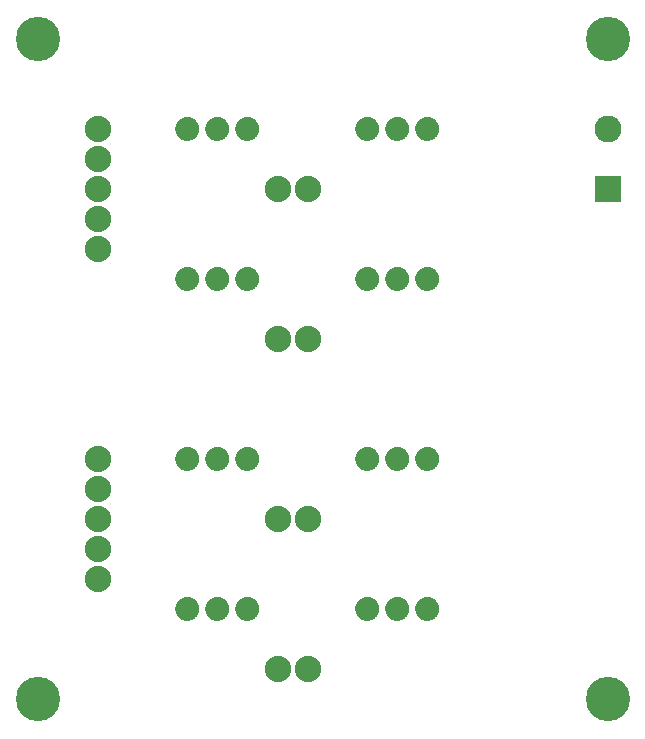
<source format=gbs>
G04 MADE WITH FRITZING*
G04 WWW.FRITZING.ORG*
G04 SINGLE SIDED*
G04 HOLES NOT PLATED*
G04 CONTOUR ON CENTER OF CONTOUR VECTOR*
%ASAXBY*%
%FSLAX23Y23*%
%MOIN*%
%OFA0B0*%
%SFA1.0B1.0*%
%ADD10C,0.147795*%
%ADD11C,0.090000*%
%ADD12C,0.088000*%
%ADD13R,0.089986X0.090000*%
%ADD14R,0.001000X0.001000*%
%LNMASK0*%
G90*
G70*
G54D10*
X92Y3107D03*
X1992Y3107D03*
X92Y907D03*
X1992Y907D03*
G54D11*
X1992Y2607D03*
X1992Y2807D03*
G54D12*
X292Y1707D03*
X292Y1607D03*
X292Y1507D03*
X292Y1407D03*
X292Y1307D03*
X292Y2807D03*
X292Y2707D03*
X292Y2607D03*
X292Y2507D03*
X292Y2407D03*
X992Y2607D03*
X892Y2607D03*
X992Y1007D03*
X892Y1007D03*
X992Y1507D03*
X892Y1507D03*
X992Y2107D03*
X892Y2107D03*
G54D13*
X1992Y2607D03*
G54D14*
X585Y2847D02*
X597Y2847D01*
X685Y2847D02*
X697Y2847D01*
X785Y2847D02*
X797Y2847D01*
X1185Y2847D02*
X1197Y2847D01*
X1285Y2847D02*
X1297Y2847D01*
X1385Y2847D02*
X1397Y2847D01*
X581Y2846D02*
X602Y2846D01*
X681Y2846D02*
X702Y2846D01*
X781Y2846D02*
X802Y2846D01*
X1181Y2846D02*
X1202Y2846D01*
X1281Y2846D02*
X1302Y2846D01*
X1381Y2846D02*
X1402Y2846D01*
X578Y2845D02*
X605Y2845D01*
X677Y2845D02*
X705Y2845D01*
X777Y2845D02*
X805Y2845D01*
X1177Y2845D02*
X1205Y2845D01*
X1277Y2845D02*
X1305Y2845D01*
X1377Y2845D02*
X1405Y2845D01*
X575Y2844D02*
X607Y2844D01*
X675Y2844D02*
X707Y2844D01*
X775Y2844D02*
X807Y2844D01*
X1175Y2844D02*
X1207Y2844D01*
X1275Y2844D02*
X1307Y2844D01*
X1375Y2844D02*
X1407Y2844D01*
X573Y2843D02*
X609Y2843D01*
X673Y2843D02*
X709Y2843D01*
X773Y2843D02*
X809Y2843D01*
X1173Y2843D02*
X1209Y2843D01*
X1273Y2843D02*
X1309Y2843D01*
X1373Y2843D02*
X1409Y2843D01*
X571Y2842D02*
X611Y2842D01*
X671Y2842D02*
X711Y2842D01*
X771Y2842D02*
X811Y2842D01*
X1171Y2842D02*
X1211Y2842D01*
X1271Y2842D02*
X1311Y2842D01*
X1371Y2842D02*
X1411Y2842D01*
X570Y2841D02*
X612Y2841D01*
X670Y2841D02*
X712Y2841D01*
X770Y2841D02*
X812Y2841D01*
X1170Y2841D02*
X1212Y2841D01*
X1270Y2841D02*
X1312Y2841D01*
X1370Y2841D02*
X1412Y2841D01*
X568Y2840D02*
X614Y2840D01*
X668Y2840D02*
X714Y2840D01*
X768Y2840D02*
X814Y2840D01*
X1168Y2840D02*
X1214Y2840D01*
X1268Y2840D02*
X1314Y2840D01*
X1368Y2840D02*
X1414Y2840D01*
X567Y2839D02*
X615Y2839D01*
X667Y2839D02*
X715Y2839D01*
X767Y2839D02*
X815Y2839D01*
X1167Y2839D02*
X1215Y2839D01*
X1267Y2839D02*
X1315Y2839D01*
X1367Y2839D02*
X1415Y2839D01*
X566Y2838D02*
X617Y2838D01*
X666Y2838D02*
X717Y2838D01*
X766Y2838D02*
X817Y2838D01*
X1166Y2838D02*
X1216Y2838D01*
X1266Y2838D02*
X1316Y2838D01*
X1366Y2838D02*
X1416Y2838D01*
X565Y2837D02*
X618Y2837D01*
X665Y2837D02*
X718Y2837D01*
X765Y2837D02*
X818Y2837D01*
X1164Y2837D02*
X1218Y2837D01*
X1264Y2837D02*
X1318Y2837D01*
X1364Y2837D02*
X1418Y2837D01*
X563Y2836D02*
X619Y2836D01*
X663Y2836D02*
X719Y2836D01*
X763Y2836D02*
X819Y2836D01*
X1163Y2836D02*
X1219Y2836D01*
X1263Y2836D02*
X1319Y2836D01*
X1363Y2836D02*
X1419Y2836D01*
X563Y2835D02*
X620Y2835D01*
X662Y2835D02*
X720Y2835D01*
X762Y2835D02*
X820Y2835D01*
X1162Y2835D02*
X1220Y2835D01*
X1262Y2835D02*
X1320Y2835D01*
X1362Y2835D02*
X1420Y2835D01*
X562Y2834D02*
X621Y2834D01*
X662Y2834D02*
X721Y2834D01*
X762Y2834D02*
X821Y2834D01*
X1162Y2834D02*
X1221Y2834D01*
X1262Y2834D02*
X1321Y2834D01*
X1362Y2834D02*
X1421Y2834D01*
X561Y2833D02*
X621Y2833D01*
X661Y2833D02*
X721Y2833D01*
X761Y2833D02*
X821Y2833D01*
X1161Y2833D02*
X1221Y2833D01*
X1261Y2833D02*
X1321Y2833D01*
X1361Y2833D02*
X1421Y2833D01*
X560Y2832D02*
X622Y2832D01*
X660Y2832D02*
X722Y2832D01*
X760Y2832D02*
X822Y2832D01*
X1160Y2832D02*
X1222Y2832D01*
X1260Y2832D02*
X1322Y2832D01*
X1360Y2832D02*
X1422Y2832D01*
X559Y2831D02*
X623Y2831D01*
X659Y2831D02*
X723Y2831D01*
X759Y2831D02*
X823Y2831D01*
X1159Y2831D02*
X1223Y2831D01*
X1259Y2831D02*
X1323Y2831D01*
X1359Y2831D02*
X1423Y2831D01*
X559Y2830D02*
X624Y2830D01*
X659Y2830D02*
X724Y2830D01*
X759Y2830D02*
X824Y2830D01*
X1158Y2830D02*
X1224Y2830D01*
X1258Y2830D02*
X1324Y2830D01*
X1358Y2830D02*
X1424Y2830D01*
X558Y2829D02*
X624Y2829D01*
X658Y2829D02*
X724Y2829D01*
X758Y2829D02*
X824Y2829D01*
X1158Y2829D02*
X1224Y2829D01*
X1258Y2829D02*
X1324Y2829D01*
X1358Y2829D02*
X1424Y2829D01*
X557Y2828D02*
X625Y2828D01*
X657Y2828D02*
X725Y2828D01*
X757Y2828D02*
X825Y2828D01*
X1157Y2828D02*
X1225Y2828D01*
X1257Y2828D02*
X1325Y2828D01*
X1357Y2828D02*
X1425Y2828D01*
X557Y2827D02*
X626Y2827D01*
X657Y2827D02*
X726Y2827D01*
X757Y2827D02*
X826Y2827D01*
X1157Y2827D02*
X1225Y2827D01*
X1257Y2827D02*
X1325Y2827D01*
X1357Y2827D02*
X1425Y2827D01*
X556Y2826D02*
X626Y2826D01*
X656Y2826D02*
X726Y2826D01*
X756Y2826D02*
X826Y2826D01*
X1156Y2826D02*
X1226Y2826D01*
X1256Y2826D02*
X1326Y2826D01*
X1356Y2826D02*
X1426Y2826D01*
X556Y2825D02*
X627Y2825D01*
X656Y2825D02*
X727Y2825D01*
X756Y2825D02*
X827Y2825D01*
X1156Y2825D02*
X1227Y2825D01*
X1256Y2825D02*
X1327Y2825D01*
X1356Y2825D02*
X1426Y2825D01*
X555Y2824D02*
X627Y2824D01*
X655Y2824D02*
X727Y2824D01*
X755Y2824D02*
X827Y2824D01*
X1155Y2824D02*
X1227Y2824D01*
X1255Y2824D02*
X1327Y2824D01*
X1355Y2824D02*
X1427Y2824D01*
X555Y2823D02*
X628Y2823D01*
X655Y2823D02*
X728Y2823D01*
X755Y2823D02*
X828Y2823D01*
X1155Y2823D02*
X1227Y2823D01*
X1255Y2823D02*
X1327Y2823D01*
X1355Y2823D02*
X1427Y2823D01*
X554Y2822D02*
X628Y2822D01*
X654Y2822D02*
X728Y2822D01*
X754Y2822D02*
X828Y2822D01*
X1154Y2822D02*
X1228Y2822D01*
X1254Y2822D02*
X1328Y2822D01*
X1354Y2822D02*
X1428Y2822D01*
X554Y2821D02*
X628Y2821D01*
X654Y2821D02*
X728Y2821D01*
X754Y2821D02*
X828Y2821D01*
X1154Y2821D02*
X1228Y2821D01*
X1254Y2821D02*
X1328Y2821D01*
X1354Y2821D02*
X1428Y2821D01*
X554Y2820D02*
X629Y2820D01*
X654Y2820D02*
X729Y2820D01*
X754Y2820D02*
X829Y2820D01*
X1154Y2820D02*
X1229Y2820D01*
X1254Y2820D02*
X1329Y2820D01*
X1354Y2820D02*
X1429Y2820D01*
X553Y2819D02*
X629Y2819D01*
X653Y2819D02*
X729Y2819D01*
X753Y2819D02*
X829Y2819D01*
X1153Y2819D02*
X1229Y2819D01*
X1253Y2819D02*
X1329Y2819D01*
X1353Y2819D02*
X1429Y2819D01*
X553Y2818D02*
X629Y2818D01*
X653Y2818D02*
X729Y2818D01*
X753Y2818D02*
X829Y2818D01*
X1153Y2818D02*
X1229Y2818D01*
X1253Y2818D02*
X1329Y2818D01*
X1353Y2818D02*
X1429Y2818D01*
X553Y2817D02*
X629Y2817D01*
X653Y2817D02*
X729Y2817D01*
X753Y2817D02*
X829Y2817D01*
X1153Y2817D02*
X1229Y2817D01*
X1253Y2817D02*
X1329Y2817D01*
X1353Y2817D02*
X1429Y2817D01*
X553Y2816D02*
X630Y2816D01*
X653Y2816D02*
X730Y2816D01*
X753Y2816D02*
X830Y2816D01*
X1153Y2816D02*
X1230Y2816D01*
X1253Y2816D02*
X1330Y2816D01*
X1352Y2816D02*
X1430Y2816D01*
X552Y2815D02*
X630Y2815D01*
X652Y2815D02*
X730Y2815D01*
X752Y2815D02*
X830Y2815D01*
X1152Y2815D02*
X1230Y2815D01*
X1252Y2815D02*
X1330Y2815D01*
X1352Y2815D02*
X1430Y2815D01*
X552Y2814D02*
X630Y2814D01*
X652Y2814D02*
X730Y2814D01*
X752Y2814D02*
X830Y2814D01*
X1152Y2814D02*
X1230Y2814D01*
X1252Y2814D02*
X1330Y2814D01*
X1352Y2814D02*
X1430Y2814D01*
X552Y2813D02*
X630Y2813D01*
X652Y2813D02*
X730Y2813D01*
X752Y2813D02*
X830Y2813D01*
X1152Y2813D02*
X1230Y2813D01*
X1252Y2813D02*
X1330Y2813D01*
X1352Y2813D02*
X1430Y2813D01*
X552Y2812D02*
X630Y2812D01*
X652Y2812D02*
X730Y2812D01*
X752Y2812D02*
X830Y2812D01*
X1152Y2812D02*
X1230Y2812D01*
X1252Y2812D02*
X1330Y2812D01*
X1352Y2812D02*
X1430Y2812D01*
X552Y2811D02*
X630Y2811D01*
X652Y2811D02*
X730Y2811D01*
X752Y2811D02*
X830Y2811D01*
X1152Y2811D02*
X1230Y2811D01*
X1252Y2811D02*
X1330Y2811D01*
X1352Y2811D02*
X1430Y2811D01*
X552Y2810D02*
X630Y2810D01*
X652Y2810D02*
X730Y2810D01*
X752Y2810D02*
X830Y2810D01*
X1152Y2810D02*
X1230Y2810D01*
X1252Y2810D02*
X1330Y2810D01*
X1352Y2810D02*
X1430Y2810D01*
X552Y2809D02*
X631Y2809D01*
X652Y2809D02*
X731Y2809D01*
X752Y2809D02*
X830Y2809D01*
X1152Y2809D02*
X1230Y2809D01*
X1252Y2809D02*
X1330Y2809D01*
X1352Y2809D02*
X1430Y2809D01*
X552Y2808D02*
X631Y2808D01*
X652Y2808D02*
X731Y2808D01*
X752Y2808D02*
X831Y2808D01*
X1152Y2808D02*
X1231Y2808D01*
X1252Y2808D02*
X1331Y2808D01*
X1352Y2808D02*
X1431Y2808D01*
X552Y2807D02*
X631Y2807D01*
X652Y2807D02*
X731Y2807D01*
X752Y2807D02*
X831Y2807D01*
X1152Y2807D02*
X1231Y2807D01*
X1252Y2807D02*
X1330Y2807D01*
X1352Y2807D02*
X1430Y2807D01*
X552Y2806D02*
X631Y2806D01*
X652Y2806D02*
X730Y2806D01*
X752Y2806D02*
X830Y2806D01*
X1152Y2806D02*
X1230Y2806D01*
X1252Y2806D02*
X1330Y2806D01*
X1352Y2806D02*
X1430Y2806D01*
X552Y2805D02*
X630Y2805D01*
X652Y2805D02*
X730Y2805D01*
X752Y2805D02*
X830Y2805D01*
X1152Y2805D02*
X1230Y2805D01*
X1252Y2805D02*
X1330Y2805D01*
X1352Y2805D02*
X1430Y2805D01*
X552Y2804D02*
X630Y2804D01*
X652Y2804D02*
X730Y2804D01*
X752Y2804D02*
X830Y2804D01*
X1152Y2804D02*
X1230Y2804D01*
X1252Y2804D02*
X1330Y2804D01*
X1352Y2804D02*
X1430Y2804D01*
X552Y2803D02*
X630Y2803D01*
X652Y2803D02*
X730Y2803D01*
X752Y2803D02*
X830Y2803D01*
X1152Y2803D02*
X1230Y2803D01*
X1252Y2803D02*
X1330Y2803D01*
X1352Y2803D02*
X1430Y2803D01*
X552Y2802D02*
X630Y2802D01*
X652Y2802D02*
X730Y2802D01*
X752Y2802D02*
X830Y2802D01*
X1152Y2802D02*
X1230Y2802D01*
X1252Y2802D02*
X1330Y2802D01*
X1352Y2802D02*
X1430Y2802D01*
X552Y2801D02*
X630Y2801D01*
X652Y2801D02*
X730Y2801D01*
X752Y2801D02*
X830Y2801D01*
X1152Y2801D02*
X1230Y2801D01*
X1252Y2801D02*
X1330Y2801D01*
X1352Y2801D02*
X1430Y2801D01*
X552Y2800D02*
X630Y2800D01*
X652Y2800D02*
X730Y2800D01*
X752Y2800D02*
X830Y2800D01*
X1152Y2800D02*
X1230Y2800D01*
X1252Y2800D02*
X1330Y2800D01*
X1352Y2800D02*
X1430Y2800D01*
X553Y2799D02*
X630Y2799D01*
X653Y2799D02*
X730Y2799D01*
X753Y2799D02*
X830Y2799D01*
X1153Y2799D02*
X1230Y2799D01*
X1253Y2799D02*
X1330Y2799D01*
X1353Y2799D02*
X1429Y2799D01*
X553Y2798D02*
X629Y2798D01*
X653Y2798D02*
X729Y2798D01*
X753Y2798D02*
X829Y2798D01*
X1153Y2798D02*
X1229Y2798D01*
X1253Y2798D02*
X1329Y2798D01*
X1353Y2798D02*
X1429Y2798D01*
X553Y2797D02*
X629Y2797D01*
X653Y2797D02*
X729Y2797D01*
X753Y2797D02*
X829Y2797D01*
X1153Y2797D02*
X1229Y2797D01*
X1253Y2797D02*
X1329Y2797D01*
X1353Y2797D02*
X1429Y2797D01*
X553Y2796D02*
X629Y2796D01*
X653Y2796D02*
X729Y2796D01*
X753Y2796D02*
X829Y2796D01*
X1153Y2796D02*
X1229Y2796D01*
X1253Y2796D02*
X1329Y2796D01*
X1353Y2796D02*
X1429Y2796D01*
X554Y2795D02*
X629Y2795D01*
X654Y2795D02*
X728Y2795D01*
X754Y2795D02*
X828Y2795D01*
X1154Y2795D02*
X1228Y2795D01*
X1254Y2795D02*
X1328Y2795D01*
X1354Y2795D02*
X1428Y2795D01*
X554Y2794D02*
X628Y2794D01*
X654Y2794D02*
X728Y2794D01*
X754Y2794D02*
X828Y2794D01*
X1154Y2794D02*
X1228Y2794D01*
X1254Y2794D02*
X1328Y2794D01*
X1354Y2794D02*
X1428Y2794D01*
X554Y2793D02*
X628Y2793D01*
X654Y2793D02*
X728Y2793D01*
X754Y2793D02*
X828Y2793D01*
X1154Y2793D02*
X1228Y2793D01*
X1254Y2793D02*
X1328Y2793D01*
X1354Y2793D02*
X1428Y2793D01*
X555Y2792D02*
X627Y2792D01*
X655Y2792D02*
X727Y2792D01*
X755Y2792D02*
X827Y2792D01*
X1155Y2792D02*
X1227Y2792D01*
X1255Y2792D02*
X1327Y2792D01*
X1355Y2792D02*
X1427Y2792D01*
X555Y2791D02*
X627Y2791D01*
X655Y2791D02*
X727Y2791D01*
X755Y2791D02*
X827Y2791D01*
X1155Y2791D02*
X1227Y2791D01*
X1255Y2791D02*
X1327Y2791D01*
X1355Y2791D02*
X1427Y2791D01*
X556Y2790D02*
X626Y2790D01*
X656Y2790D02*
X726Y2790D01*
X756Y2790D02*
X826Y2790D01*
X1156Y2790D02*
X1226Y2790D01*
X1256Y2790D02*
X1326Y2790D01*
X1356Y2790D02*
X1426Y2790D01*
X556Y2789D02*
X626Y2789D01*
X656Y2789D02*
X726Y2789D01*
X756Y2789D02*
X826Y2789D01*
X1156Y2789D02*
X1226Y2789D01*
X1256Y2789D02*
X1326Y2789D01*
X1356Y2789D02*
X1426Y2789D01*
X557Y2788D02*
X625Y2788D01*
X657Y2788D02*
X725Y2788D01*
X757Y2788D02*
X825Y2788D01*
X1157Y2788D02*
X1225Y2788D01*
X1257Y2788D02*
X1325Y2788D01*
X1357Y2788D02*
X1425Y2788D01*
X557Y2787D02*
X625Y2787D01*
X657Y2787D02*
X725Y2787D01*
X757Y2787D02*
X825Y2787D01*
X1157Y2787D02*
X1225Y2787D01*
X1257Y2787D02*
X1325Y2787D01*
X1357Y2787D02*
X1425Y2787D01*
X558Y2786D02*
X624Y2786D01*
X658Y2786D02*
X724Y2786D01*
X758Y2786D02*
X824Y2786D01*
X1158Y2786D02*
X1224Y2786D01*
X1258Y2786D02*
X1324Y2786D01*
X1358Y2786D02*
X1424Y2786D01*
X559Y2785D02*
X623Y2785D01*
X659Y2785D02*
X723Y2785D01*
X759Y2785D02*
X823Y2785D01*
X1159Y2785D02*
X1223Y2785D01*
X1259Y2785D02*
X1323Y2785D01*
X1359Y2785D02*
X1423Y2785D01*
X559Y2784D02*
X623Y2784D01*
X659Y2784D02*
X723Y2784D01*
X759Y2784D02*
X823Y2784D01*
X1159Y2784D02*
X1223Y2784D01*
X1259Y2784D02*
X1323Y2784D01*
X1359Y2784D02*
X1423Y2784D01*
X560Y2783D02*
X622Y2783D01*
X660Y2783D02*
X722Y2783D01*
X760Y2783D02*
X822Y2783D01*
X1160Y2783D02*
X1222Y2783D01*
X1260Y2783D02*
X1322Y2783D01*
X1360Y2783D02*
X1422Y2783D01*
X561Y2782D02*
X621Y2782D01*
X661Y2782D02*
X721Y2782D01*
X761Y2782D02*
X821Y2782D01*
X1161Y2782D02*
X1221Y2782D01*
X1261Y2782D02*
X1321Y2782D01*
X1361Y2782D02*
X1421Y2782D01*
X562Y2781D02*
X620Y2781D01*
X662Y2781D02*
X720Y2781D01*
X762Y2781D02*
X820Y2781D01*
X1162Y2781D02*
X1220Y2781D01*
X1262Y2781D02*
X1320Y2781D01*
X1362Y2781D02*
X1420Y2781D01*
X563Y2780D02*
X619Y2780D01*
X663Y2780D02*
X719Y2780D01*
X763Y2780D02*
X819Y2780D01*
X1163Y2780D02*
X1219Y2780D01*
X1263Y2780D02*
X1319Y2780D01*
X1363Y2780D02*
X1419Y2780D01*
X564Y2779D02*
X619Y2779D01*
X664Y2779D02*
X718Y2779D01*
X764Y2779D02*
X818Y2779D01*
X1164Y2779D02*
X1218Y2779D01*
X1264Y2779D02*
X1318Y2779D01*
X1364Y2779D02*
X1418Y2779D01*
X565Y2778D02*
X617Y2778D01*
X665Y2778D02*
X717Y2778D01*
X765Y2778D02*
X817Y2778D01*
X1165Y2778D02*
X1217Y2778D01*
X1265Y2778D02*
X1317Y2778D01*
X1365Y2778D02*
X1417Y2778D01*
X566Y2777D02*
X616Y2777D01*
X666Y2777D02*
X716Y2777D01*
X766Y2777D02*
X816Y2777D01*
X1166Y2777D02*
X1216Y2777D01*
X1266Y2777D02*
X1316Y2777D01*
X1366Y2777D02*
X1416Y2777D01*
X567Y2776D02*
X615Y2776D01*
X667Y2776D02*
X715Y2776D01*
X767Y2776D02*
X815Y2776D01*
X1167Y2776D02*
X1215Y2776D01*
X1267Y2776D02*
X1315Y2776D01*
X1367Y2776D02*
X1415Y2776D01*
X569Y2775D02*
X614Y2775D01*
X669Y2775D02*
X714Y2775D01*
X769Y2775D02*
X814Y2775D01*
X1169Y2775D02*
X1214Y2775D01*
X1269Y2775D02*
X1314Y2775D01*
X1369Y2775D02*
X1414Y2775D01*
X570Y2774D02*
X612Y2774D01*
X670Y2774D02*
X712Y2774D01*
X770Y2774D02*
X812Y2774D01*
X1170Y2774D02*
X1212Y2774D01*
X1270Y2774D02*
X1312Y2774D01*
X1370Y2774D02*
X1412Y2774D01*
X572Y2773D02*
X610Y2773D01*
X672Y2773D02*
X710Y2773D01*
X772Y2773D02*
X810Y2773D01*
X1172Y2773D02*
X1210Y2773D01*
X1272Y2773D02*
X1310Y2773D01*
X1372Y2773D02*
X1410Y2773D01*
X574Y2772D02*
X609Y2772D01*
X674Y2772D02*
X709Y2772D01*
X774Y2772D02*
X809Y2772D01*
X1173Y2772D02*
X1209Y2772D01*
X1273Y2772D02*
X1309Y2772D01*
X1373Y2772D02*
X1409Y2772D01*
X576Y2771D02*
X607Y2771D01*
X676Y2771D02*
X707Y2771D01*
X776Y2771D02*
X807Y2771D01*
X1176Y2771D02*
X1207Y2771D01*
X1276Y2771D02*
X1307Y2771D01*
X1376Y2771D02*
X1407Y2771D01*
X578Y2770D02*
X604Y2770D01*
X678Y2770D02*
X704Y2770D01*
X778Y2770D02*
X804Y2770D01*
X1178Y2770D02*
X1204Y2770D01*
X1278Y2770D02*
X1304Y2770D01*
X1378Y2770D02*
X1404Y2770D01*
X582Y2769D02*
X601Y2769D01*
X682Y2769D02*
X701Y2769D01*
X782Y2769D02*
X801Y2769D01*
X1182Y2769D02*
X1201Y2769D01*
X1282Y2769D02*
X1301Y2769D01*
X1382Y2769D02*
X1401Y2769D01*
X587Y2768D02*
X595Y2768D01*
X687Y2768D02*
X695Y2768D01*
X787Y2768D02*
X795Y2768D01*
X1187Y2768D02*
X1195Y2768D01*
X1287Y2768D02*
X1295Y2768D01*
X1387Y2768D02*
X1395Y2768D01*
X585Y2347D02*
X597Y2347D01*
X685Y2347D02*
X697Y2347D01*
X785Y2347D02*
X797Y2347D01*
X1185Y2347D02*
X1197Y2347D01*
X1285Y2347D02*
X1297Y2347D01*
X1385Y2347D02*
X1397Y2347D01*
X580Y2346D02*
X602Y2346D01*
X680Y2346D02*
X702Y2346D01*
X780Y2346D02*
X802Y2346D01*
X1180Y2346D02*
X1202Y2346D01*
X1280Y2346D02*
X1302Y2346D01*
X1380Y2346D02*
X1402Y2346D01*
X577Y2345D02*
X605Y2345D01*
X677Y2345D02*
X705Y2345D01*
X777Y2345D02*
X805Y2345D01*
X1177Y2345D02*
X1205Y2345D01*
X1277Y2345D02*
X1305Y2345D01*
X1377Y2345D02*
X1405Y2345D01*
X575Y2344D02*
X607Y2344D01*
X675Y2344D02*
X707Y2344D01*
X775Y2344D02*
X807Y2344D01*
X1175Y2344D02*
X1207Y2344D01*
X1275Y2344D02*
X1307Y2344D01*
X1375Y2344D02*
X1407Y2344D01*
X573Y2343D02*
X609Y2343D01*
X673Y2343D02*
X709Y2343D01*
X773Y2343D02*
X809Y2343D01*
X1173Y2343D02*
X1209Y2343D01*
X1273Y2343D02*
X1309Y2343D01*
X1373Y2343D02*
X1409Y2343D01*
X571Y2342D02*
X611Y2342D01*
X671Y2342D02*
X711Y2342D01*
X771Y2342D02*
X811Y2342D01*
X1171Y2342D02*
X1211Y2342D01*
X1271Y2342D02*
X1311Y2342D01*
X1371Y2342D02*
X1411Y2342D01*
X570Y2341D02*
X613Y2341D01*
X670Y2341D02*
X713Y2341D01*
X770Y2341D02*
X813Y2341D01*
X1170Y2341D02*
X1213Y2341D01*
X1270Y2341D02*
X1313Y2341D01*
X1370Y2341D02*
X1412Y2341D01*
X568Y2340D02*
X614Y2340D01*
X668Y2340D02*
X714Y2340D01*
X768Y2340D02*
X814Y2340D01*
X1168Y2340D02*
X1214Y2340D01*
X1268Y2340D02*
X1314Y2340D01*
X1368Y2340D02*
X1414Y2340D01*
X567Y2339D02*
X615Y2339D01*
X667Y2339D02*
X715Y2339D01*
X767Y2339D02*
X815Y2339D01*
X1167Y2339D02*
X1215Y2339D01*
X1267Y2339D02*
X1315Y2339D01*
X1367Y2339D02*
X1415Y2339D01*
X566Y2338D02*
X617Y2338D01*
X666Y2338D02*
X717Y2338D01*
X766Y2338D02*
X817Y2338D01*
X1166Y2338D02*
X1217Y2338D01*
X1266Y2338D02*
X1317Y2338D01*
X1366Y2338D02*
X1417Y2338D01*
X564Y2337D02*
X618Y2337D01*
X664Y2337D02*
X718Y2337D01*
X764Y2337D02*
X818Y2337D01*
X1164Y2337D02*
X1218Y2337D01*
X1264Y2337D02*
X1318Y2337D01*
X1364Y2337D02*
X1418Y2337D01*
X563Y2336D02*
X619Y2336D01*
X663Y2336D02*
X719Y2336D01*
X763Y2336D02*
X819Y2336D01*
X1163Y2336D02*
X1219Y2336D01*
X1263Y2336D02*
X1319Y2336D01*
X1363Y2336D02*
X1419Y2336D01*
X562Y2335D02*
X620Y2335D01*
X662Y2335D02*
X720Y2335D01*
X762Y2335D02*
X820Y2335D01*
X1162Y2335D02*
X1220Y2335D01*
X1262Y2335D02*
X1320Y2335D01*
X1362Y2335D02*
X1420Y2335D01*
X562Y2334D02*
X621Y2334D01*
X662Y2334D02*
X721Y2334D01*
X762Y2334D02*
X821Y2334D01*
X1162Y2334D02*
X1221Y2334D01*
X1262Y2334D02*
X1321Y2334D01*
X1362Y2334D02*
X1421Y2334D01*
X561Y2333D02*
X621Y2333D01*
X661Y2333D02*
X721Y2333D01*
X761Y2333D02*
X821Y2333D01*
X1161Y2333D02*
X1221Y2333D01*
X1261Y2333D02*
X1321Y2333D01*
X1361Y2333D02*
X1421Y2333D01*
X560Y2332D02*
X622Y2332D01*
X660Y2332D02*
X722Y2332D01*
X760Y2332D02*
X822Y2332D01*
X1160Y2332D02*
X1222Y2332D01*
X1260Y2332D02*
X1322Y2332D01*
X1360Y2332D02*
X1422Y2332D01*
X559Y2331D02*
X623Y2331D01*
X659Y2331D02*
X723Y2331D01*
X759Y2331D02*
X823Y2331D01*
X1159Y2331D02*
X1223Y2331D01*
X1259Y2331D02*
X1323Y2331D01*
X1359Y2331D02*
X1423Y2331D01*
X559Y2330D02*
X624Y2330D01*
X658Y2330D02*
X724Y2330D01*
X758Y2330D02*
X824Y2330D01*
X1158Y2330D02*
X1224Y2330D01*
X1258Y2330D02*
X1324Y2330D01*
X1358Y2330D02*
X1424Y2330D01*
X558Y2329D02*
X624Y2329D01*
X658Y2329D02*
X724Y2329D01*
X758Y2329D02*
X824Y2329D01*
X1158Y2329D02*
X1224Y2329D01*
X1258Y2329D02*
X1324Y2329D01*
X1358Y2329D02*
X1424Y2329D01*
X557Y2328D02*
X625Y2328D01*
X657Y2328D02*
X725Y2328D01*
X757Y2328D02*
X825Y2328D01*
X1157Y2328D02*
X1225Y2328D01*
X1257Y2328D02*
X1325Y2328D01*
X1357Y2328D02*
X1425Y2328D01*
X557Y2327D02*
X626Y2327D01*
X657Y2327D02*
X726Y2327D01*
X757Y2327D02*
X826Y2327D01*
X1157Y2327D02*
X1226Y2327D01*
X1257Y2327D02*
X1325Y2327D01*
X1357Y2327D02*
X1425Y2327D01*
X556Y2326D02*
X626Y2326D01*
X656Y2326D02*
X726Y2326D01*
X756Y2326D02*
X826Y2326D01*
X1156Y2326D02*
X1226Y2326D01*
X1256Y2326D02*
X1326Y2326D01*
X1356Y2326D02*
X1426Y2326D01*
X556Y2325D02*
X627Y2325D01*
X656Y2325D02*
X727Y2325D01*
X756Y2325D02*
X827Y2325D01*
X1156Y2325D02*
X1227Y2325D01*
X1256Y2325D02*
X1327Y2325D01*
X1356Y2325D02*
X1427Y2325D01*
X555Y2324D02*
X627Y2324D01*
X655Y2324D02*
X727Y2324D01*
X755Y2324D02*
X827Y2324D01*
X1155Y2324D02*
X1227Y2324D01*
X1255Y2324D02*
X1327Y2324D01*
X1355Y2324D02*
X1427Y2324D01*
X555Y2323D02*
X628Y2323D01*
X655Y2323D02*
X728Y2323D01*
X755Y2323D02*
X828Y2323D01*
X1155Y2323D02*
X1227Y2323D01*
X1255Y2323D02*
X1327Y2323D01*
X1355Y2323D02*
X1427Y2323D01*
X554Y2322D02*
X628Y2322D01*
X654Y2322D02*
X728Y2322D01*
X754Y2322D02*
X828Y2322D01*
X1154Y2322D02*
X1228Y2322D01*
X1254Y2322D02*
X1328Y2322D01*
X1354Y2322D02*
X1428Y2322D01*
X554Y2321D02*
X628Y2321D01*
X654Y2321D02*
X728Y2321D01*
X754Y2321D02*
X828Y2321D01*
X1154Y2321D02*
X1228Y2321D01*
X1254Y2321D02*
X1328Y2321D01*
X1354Y2321D02*
X1428Y2321D01*
X554Y2320D02*
X629Y2320D01*
X654Y2320D02*
X729Y2320D01*
X754Y2320D02*
X829Y2320D01*
X1154Y2320D02*
X1229Y2320D01*
X1254Y2320D02*
X1329Y2320D01*
X1354Y2320D02*
X1429Y2320D01*
X553Y2319D02*
X629Y2319D01*
X653Y2319D02*
X729Y2319D01*
X753Y2319D02*
X829Y2319D01*
X1153Y2319D02*
X1229Y2319D01*
X1253Y2319D02*
X1329Y2319D01*
X1353Y2319D02*
X1429Y2319D01*
X553Y2318D02*
X629Y2318D01*
X653Y2318D02*
X729Y2318D01*
X753Y2318D02*
X829Y2318D01*
X1153Y2318D02*
X1229Y2318D01*
X1253Y2318D02*
X1329Y2318D01*
X1353Y2318D02*
X1429Y2318D01*
X553Y2317D02*
X629Y2317D01*
X653Y2317D02*
X729Y2317D01*
X753Y2317D02*
X829Y2317D01*
X1153Y2317D02*
X1229Y2317D01*
X1253Y2317D02*
X1329Y2317D01*
X1353Y2317D02*
X1429Y2317D01*
X553Y2316D02*
X630Y2316D01*
X653Y2316D02*
X730Y2316D01*
X753Y2316D02*
X830Y2316D01*
X1153Y2316D02*
X1230Y2316D01*
X1253Y2316D02*
X1330Y2316D01*
X1352Y2316D02*
X1430Y2316D01*
X552Y2315D02*
X630Y2315D01*
X652Y2315D02*
X730Y2315D01*
X752Y2315D02*
X830Y2315D01*
X1152Y2315D02*
X1230Y2315D01*
X1252Y2315D02*
X1330Y2315D01*
X1352Y2315D02*
X1430Y2315D01*
X552Y2314D02*
X630Y2314D01*
X652Y2314D02*
X730Y2314D01*
X752Y2314D02*
X830Y2314D01*
X1152Y2314D02*
X1230Y2314D01*
X1252Y2314D02*
X1330Y2314D01*
X1352Y2314D02*
X1430Y2314D01*
X552Y2313D02*
X630Y2313D01*
X652Y2313D02*
X730Y2313D01*
X752Y2313D02*
X830Y2313D01*
X1152Y2313D02*
X1230Y2313D01*
X1252Y2313D02*
X1330Y2313D01*
X1352Y2313D02*
X1430Y2313D01*
X552Y2312D02*
X630Y2312D01*
X652Y2312D02*
X730Y2312D01*
X752Y2312D02*
X830Y2312D01*
X1152Y2312D02*
X1230Y2312D01*
X1252Y2312D02*
X1330Y2312D01*
X1352Y2312D02*
X1430Y2312D01*
X552Y2311D02*
X630Y2311D01*
X652Y2311D02*
X730Y2311D01*
X752Y2311D02*
X830Y2311D01*
X1152Y2311D02*
X1230Y2311D01*
X1252Y2311D02*
X1330Y2311D01*
X1352Y2311D02*
X1430Y2311D01*
X552Y2310D02*
X630Y2310D01*
X652Y2310D02*
X730Y2310D01*
X752Y2310D02*
X830Y2310D01*
X1152Y2310D02*
X1230Y2310D01*
X1252Y2310D02*
X1330Y2310D01*
X1352Y2310D02*
X1430Y2310D01*
X552Y2309D02*
X631Y2309D01*
X652Y2309D02*
X731Y2309D01*
X752Y2309D02*
X831Y2309D01*
X1152Y2309D02*
X1230Y2309D01*
X1252Y2309D02*
X1330Y2309D01*
X1352Y2309D02*
X1430Y2309D01*
X552Y2308D02*
X631Y2308D01*
X652Y2308D02*
X731Y2308D01*
X752Y2308D02*
X831Y2308D01*
X1152Y2308D02*
X1231Y2308D01*
X1252Y2308D02*
X1331Y2308D01*
X1352Y2308D02*
X1431Y2308D01*
X552Y2307D02*
X631Y2307D01*
X652Y2307D02*
X731Y2307D01*
X752Y2307D02*
X831Y2307D01*
X1152Y2307D02*
X1231Y2307D01*
X1252Y2307D02*
X1330Y2307D01*
X1352Y2307D02*
X1430Y2307D01*
X552Y2306D02*
X631Y2306D01*
X652Y2306D02*
X730Y2306D01*
X752Y2306D02*
X830Y2306D01*
X1152Y2306D02*
X1230Y2306D01*
X1252Y2306D02*
X1330Y2306D01*
X1352Y2306D02*
X1430Y2306D01*
X552Y2305D02*
X630Y2305D01*
X652Y2305D02*
X730Y2305D01*
X752Y2305D02*
X830Y2305D01*
X1152Y2305D02*
X1230Y2305D01*
X1252Y2305D02*
X1330Y2305D01*
X1352Y2305D02*
X1430Y2305D01*
X552Y2304D02*
X630Y2304D01*
X652Y2304D02*
X730Y2304D01*
X752Y2304D02*
X830Y2304D01*
X1152Y2304D02*
X1230Y2304D01*
X1252Y2304D02*
X1330Y2304D01*
X1352Y2304D02*
X1430Y2304D01*
X552Y2303D02*
X630Y2303D01*
X652Y2303D02*
X730Y2303D01*
X752Y2303D02*
X830Y2303D01*
X1152Y2303D02*
X1230Y2303D01*
X1252Y2303D02*
X1330Y2303D01*
X1352Y2303D02*
X1430Y2303D01*
X552Y2302D02*
X630Y2302D01*
X652Y2302D02*
X730Y2302D01*
X752Y2302D02*
X830Y2302D01*
X1152Y2302D02*
X1230Y2302D01*
X1252Y2302D02*
X1330Y2302D01*
X1352Y2302D02*
X1430Y2302D01*
X552Y2301D02*
X630Y2301D01*
X652Y2301D02*
X730Y2301D01*
X752Y2301D02*
X830Y2301D01*
X1152Y2301D02*
X1230Y2301D01*
X1252Y2301D02*
X1330Y2301D01*
X1352Y2301D02*
X1430Y2301D01*
X552Y2300D02*
X630Y2300D01*
X652Y2300D02*
X730Y2300D01*
X752Y2300D02*
X830Y2300D01*
X1152Y2300D02*
X1230Y2300D01*
X1252Y2300D02*
X1330Y2300D01*
X1352Y2300D02*
X1430Y2300D01*
X553Y2299D02*
X630Y2299D01*
X653Y2299D02*
X730Y2299D01*
X753Y2299D02*
X830Y2299D01*
X1153Y2299D02*
X1229Y2299D01*
X1253Y2299D02*
X1329Y2299D01*
X1353Y2299D02*
X1429Y2299D01*
X553Y2298D02*
X629Y2298D01*
X653Y2298D02*
X729Y2298D01*
X753Y2298D02*
X829Y2298D01*
X1153Y2298D02*
X1229Y2298D01*
X1253Y2298D02*
X1329Y2298D01*
X1353Y2298D02*
X1429Y2298D01*
X553Y2297D02*
X629Y2297D01*
X653Y2297D02*
X729Y2297D01*
X753Y2297D02*
X829Y2297D01*
X1153Y2297D02*
X1229Y2297D01*
X1253Y2297D02*
X1329Y2297D01*
X1353Y2297D02*
X1429Y2297D01*
X553Y2296D02*
X629Y2296D01*
X653Y2296D02*
X729Y2296D01*
X753Y2296D02*
X829Y2296D01*
X1153Y2296D02*
X1229Y2296D01*
X1253Y2296D02*
X1329Y2296D01*
X1353Y2296D02*
X1429Y2296D01*
X554Y2295D02*
X628Y2295D01*
X654Y2295D02*
X728Y2295D01*
X754Y2295D02*
X828Y2295D01*
X1154Y2295D02*
X1228Y2295D01*
X1254Y2295D02*
X1328Y2295D01*
X1354Y2295D02*
X1428Y2295D01*
X554Y2294D02*
X628Y2294D01*
X654Y2294D02*
X728Y2294D01*
X754Y2294D02*
X828Y2294D01*
X1154Y2294D02*
X1228Y2294D01*
X1254Y2294D02*
X1328Y2294D01*
X1354Y2294D02*
X1428Y2294D01*
X554Y2293D02*
X628Y2293D01*
X654Y2293D02*
X728Y2293D01*
X754Y2293D02*
X828Y2293D01*
X1154Y2293D02*
X1228Y2293D01*
X1254Y2293D02*
X1328Y2293D01*
X1354Y2293D02*
X1428Y2293D01*
X555Y2292D02*
X627Y2292D01*
X655Y2292D02*
X727Y2292D01*
X755Y2292D02*
X827Y2292D01*
X1155Y2292D02*
X1227Y2292D01*
X1255Y2292D02*
X1327Y2292D01*
X1355Y2292D02*
X1427Y2292D01*
X555Y2291D02*
X627Y2291D01*
X655Y2291D02*
X727Y2291D01*
X755Y2291D02*
X827Y2291D01*
X1155Y2291D02*
X1227Y2291D01*
X1255Y2291D02*
X1327Y2291D01*
X1355Y2291D02*
X1427Y2291D01*
X556Y2290D02*
X626Y2290D01*
X656Y2290D02*
X726Y2290D01*
X756Y2290D02*
X826Y2290D01*
X1156Y2290D02*
X1226Y2290D01*
X1256Y2290D02*
X1326Y2290D01*
X1356Y2290D02*
X1426Y2290D01*
X556Y2289D02*
X626Y2289D01*
X656Y2289D02*
X726Y2289D01*
X756Y2289D02*
X826Y2289D01*
X1156Y2289D02*
X1226Y2289D01*
X1256Y2289D02*
X1326Y2289D01*
X1356Y2289D02*
X1426Y2289D01*
X557Y2288D02*
X625Y2288D01*
X657Y2288D02*
X725Y2288D01*
X757Y2288D02*
X825Y2288D01*
X1157Y2288D02*
X1225Y2288D01*
X1257Y2288D02*
X1325Y2288D01*
X1357Y2288D02*
X1425Y2288D01*
X557Y2287D02*
X625Y2287D01*
X657Y2287D02*
X725Y2287D01*
X757Y2287D02*
X825Y2287D01*
X1157Y2287D02*
X1225Y2287D01*
X1257Y2287D02*
X1325Y2287D01*
X1357Y2287D02*
X1425Y2287D01*
X558Y2286D02*
X624Y2286D01*
X658Y2286D02*
X724Y2286D01*
X758Y2286D02*
X824Y2286D01*
X1158Y2286D02*
X1224Y2286D01*
X1258Y2286D02*
X1324Y2286D01*
X1358Y2286D02*
X1424Y2286D01*
X559Y2285D02*
X623Y2285D01*
X659Y2285D02*
X723Y2285D01*
X759Y2285D02*
X823Y2285D01*
X1159Y2285D02*
X1223Y2285D01*
X1259Y2285D02*
X1323Y2285D01*
X1359Y2285D02*
X1423Y2285D01*
X560Y2284D02*
X623Y2284D01*
X659Y2284D02*
X723Y2284D01*
X759Y2284D02*
X823Y2284D01*
X1159Y2284D02*
X1223Y2284D01*
X1259Y2284D02*
X1323Y2284D01*
X1359Y2284D02*
X1423Y2284D01*
X560Y2283D02*
X622Y2283D01*
X660Y2283D02*
X722Y2283D01*
X760Y2283D02*
X822Y2283D01*
X1160Y2283D02*
X1222Y2283D01*
X1260Y2283D02*
X1322Y2283D01*
X1360Y2283D02*
X1422Y2283D01*
X561Y2282D02*
X621Y2282D01*
X661Y2282D02*
X721Y2282D01*
X761Y2282D02*
X821Y2282D01*
X1161Y2282D02*
X1221Y2282D01*
X1261Y2282D02*
X1321Y2282D01*
X1361Y2282D02*
X1421Y2282D01*
X562Y2281D02*
X620Y2281D01*
X662Y2281D02*
X720Y2281D01*
X762Y2281D02*
X820Y2281D01*
X1162Y2281D02*
X1220Y2281D01*
X1262Y2281D02*
X1320Y2281D01*
X1362Y2281D02*
X1420Y2281D01*
X563Y2280D02*
X619Y2280D01*
X663Y2280D02*
X719Y2280D01*
X763Y2280D02*
X819Y2280D01*
X1163Y2280D02*
X1219Y2280D01*
X1263Y2280D02*
X1319Y2280D01*
X1363Y2280D02*
X1419Y2280D01*
X564Y2279D02*
X618Y2279D01*
X664Y2279D02*
X718Y2279D01*
X764Y2279D02*
X818Y2279D01*
X1164Y2279D02*
X1218Y2279D01*
X1264Y2279D02*
X1318Y2279D01*
X1364Y2279D02*
X1418Y2279D01*
X565Y2278D02*
X617Y2278D01*
X665Y2278D02*
X717Y2278D01*
X765Y2278D02*
X817Y2278D01*
X1165Y2278D02*
X1217Y2278D01*
X1265Y2278D02*
X1317Y2278D01*
X1365Y2278D02*
X1417Y2278D01*
X566Y2277D02*
X616Y2277D01*
X666Y2277D02*
X716Y2277D01*
X766Y2277D02*
X816Y2277D01*
X1166Y2277D02*
X1216Y2277D01*
X1266Y2277D02*
X1316Y2277D01*
X1366Y2277D02*
X1416Y2277D01*
X567Y2276D02*
X615Y2276D01*
X667Y2276D02*
X715Y2276D01*
X767Y2276D02*
X815Y2276D01*
X1167Y2276D02*
X1215Y2276D01*
X1267Y2276D02*
X1315Y2276D01*
X1367Y2276D02*
X1415Y2276D01*
X569Y2275D02*
X614Y2275D01*
X669Y2275D02*
X714Y2275D01*
X769Y2275D02*
X813Y2275D01*
X1169Y2275D02*
X1213Y2275D01*
X1269Y2275D02*
X1313Y2275D01*
X1369Y2275D02*
X1413Y2275D01*
X570Y2274D02*
X612Y2274D01*
X670Y2274D02*
X712Y2274D01*
X770Y2274D02*
X812Y2274D01*
X1170Y2274D02*
X1212Y2274D01*
X1270Y2274D02*
X1312Y2274D01*
X1370Y2274D02*
X1412Y2274D01*
X572Y2273D02*
X610Y2273D01*
X672Y2273D02*
X710Y2273D01*
X772Y2273D02*
X810Y2273D01*
X1172Y2273D02*
X1210Y2273D01*
X1272Y2273D02*
X1310Y2273D01*
X1372Y2273D02*
X1410Y2273D01*
X574Y2272D02*
X609Y2272D01*
X674Y2272D02*
X709Y2272D01*
X774Y2272D02*
X809Y2272D01*
X1174Y2272D02*
X1209Y2272D01*
X1274Y2272D02*
X1308Y2272D01*
X1374Y2272D02*
X1408Y2272D01*
X576Y2271D02*
X607Y2271D01*
X676Y2271D02*
X707Y2271D01*
X776Y2271D02*
X807Y2271D01*
X1176Y2271D02*
X1206Y2271D01*
X1276Y2271D02*
X1306Y2271D01*
X1376Y2271D02*
X1406Y2271D01*
X578Y2270D02*
X604Y2270D01*
X678Y2270D02*
X704Y2270D01*
X778Y2270D02*
X804Y2270D01*
X1178Y2270D02*
X1204Y2270D01*
X1278Y2270D02*
X1304Y2270D01*
X1378Y2270D02*
X1404Y2270D01*
X582Y2269D02*
X600Y2269D01*
X682Y2269D02*
X700Y2269D01*
X782Y2269D02*
X800Y2269D01*
X1182Y2269D02*
X1200Y2269D01*
X1282Y2269D02*
X1300Y2269D01*
X1382Y2269D02*
X1400Y2269D01*
X587Y2268D02*
X595Y2268D01*
X687Y2268D02*
X695Y2268D01*
X787Y2268D02*
X795Y2268D01*
X1187Y2268D02*
X1195Y2268D01*
X1287Y2268D02*
X1295Y2268D01*
X1387Y2268D02*
X1395Y2268D01*
X585Y1747D02*
X598Y1747D01*
X685Y1747D02*
X698Y1747D01*
X785Y1747D02*
X798Y1747D01*
X1184Y1747D02*
X1198Y1747D01*
X1284Y1747D02*
X1298Y1747D01*
X1384Y1747D02*
X1398Y1747D01*
X580Y1746D02*
X602Y1746D01*
X680Y1746D02*
X702Y1746D01*
X780Y1746D02*
X802Y1746D01*
X1180Y1746D02*
X1202Y1746D01*
X1280Y1746D02*
X1302Y1746D01*
X1380Y1746D02*
X1402Y1746D01*
X577Y1745D02*
X605Y1745D01*
X677Y1745D02*
X705Y1745D01*
X777Y1745D02*
X805Y1745D01*
X1177Y1745D02*
X1205Y1745D01*
X1277Y1745D02*
X1305Y1745D01*
X1377Y1745D02*
X1405Y1745D01*
X575Y1744D02*
X607Y1744D01*
X675Y1744D02*
X707Y1744D01*
X775Y1744D02*
X807Y1744D01*
X1175Y1744D02*
X1207Y1744D01*
X1275Y1744D02*
X1307Y1744D01*
X1375Y1744D02*
X1407Y1744D01*
X573Y1743D02*
X609Y1743D01*
X673Y1743D02*
X709Y1743D01*
X773Y1743D02*
X809Y1743D01*
X1173Y1743D02*
X1209Y1743D01*
X1273Y1743D02*
X1309Y1743D01*
X1373Y1743D02*
X1409Y1743D01*
X571Y1742D02*
X611Y1742D01*
X671Y1742D02*
X711Y1742D01*
X771Y1742D02*
X811Y1742D01*
X1171Y1742D02*
X1211Y1742D01*
X1271Y1742D02*
X1311Y1742D01*
X1371Y1742D02*
X1411Y1742D01*
X570Y1741D02*
X613Y1741D01*
X670Y1741D02*
X713Y1741D01*
X770Y1741D02*
X813Y1741D01*
X1169Y1741D02*
X1213Y1741D01*
X1269Y1741D02*
X1313Y1741D01*
X1369Y1741D02*
X1413Y1741D01*
X568Y1740D02*
X614Y1740D01*
X668Y1740D02*
X714Y1740D01*
X768Y1740D02*
X814Y1740D01*
X1168Y1740D02*
X1214Y1740D01*
X1268Y1740D02*
X1314Y1740D01*
X1368Y1740D02*
X1414Y1740D01*
X567Y1739D02*
X615Y1739D01*
X667Y1739D02*
X715Y1739D01*
X767Y1739D02*
X815Y1739D01*
X1167Y1739D02*
X1215Y1739D01*
X1267Y1739D02*
X1315Y1739D01*
X1367Y1739D02*
X1415Y1739D01*
X566Y1738D02*
X617Y1738D01*
X666Y1738D02*
X717Y1738D01*
X766Y1738D02*
X817Y1738D01*
X1165Y1738D02*
X1217Y1738D01*
X1265Y1738D02*
X1317Y1738D01*
X1365Y1738D02*
X1417Y1738D01*
X564Y1737D02*
X618Y1737D01*
X664Y1737D02*
X718Y1737D01*
X764Y1737D02*
X818Y1737D01*
X1164Y1737D02*
X1218Y1737D01*
X1264Y1737D02*
X1318Y1737D01*
X1364Y1737D02*
X1418Y1737D01*
X563Y1736D02*
X619Y1736D01*
X663Y1736D02*
X719Y1736D01*
X763Y1736D02*
X819Y1736D01*
X1163Y1736D02*
X1219Y1736D01*
X1263Y1736D02*
X1319Y1736D01*
X1363Y1736D02*
X1419Y1736D01*
X562Y1735D02*
X620Y1735D01*
X662Y1735D02*
X720Y1735D01*
X762Y1735D02*
X820Y1735D01*
X1162Y1735D02*
X1220Y1735D01*
X1262Y1735D02*
X1320Y1735D01*
X1362Y1735D02*
X1420Y1735D01*
X562Y1734D02*
X621Y1734D01*
X662Y1734D02*
X721Y1734D01*
X761Y1734D02*
X821Y1734D01*
X1161Y1734D02*
X1221Y1734D01*
X1261Y1734D02*
X1321Y1734D01*
X1361Y1734D02*
X1421Y1734D01*
X561Y1733D02*
X622Y1733D01*
X661Y1733D02*
X722Y1733D01*
X761Y1733D02*
X822Y1733D01*
X1161Y1733D02*
X1221Y1733D01*
X1261Y1733D02*
X1321Y1733D01*
X1361Y1733D02*
X1421Y1733D01*
X560Y1732D02*
X622Y1732D01*
X660Y1732D02*
X722Y1732D01*
X760Y1732D02*
X822Y1732D01*
X1160Y1732D02*
X1222Y1732D01*
X1260Y1732D02*
X1322Y1732D01*
X1360Y1732D02*
X1422Y1732D01*
X559Y1731D02*
X623Y1731D01*
X659Y1731D02*
X723Y1731D01*
X759Y1731D02*
X823Y1731D01*
X1159Y1731D02*
X1223Y1731D01*
X1259Y1731D02*
X1323Y1731D01*
X1359Y1731D02*
X1423Y1731D01*
X558Y1730D02*
X624Y1730D01*
X658Y1730D02*
X724Y1730D01*
X758Y1730D02*
X824Y1730D01*
X1158Y1730D02*
X1224Y1730D01*
X1258Y1730D02*
X1324Y1730D01*
X1358Y1730D02*
X1424Y1730D01*
X558Y1729D02*
X624Y1729D01*
X658Y1729D02*
X724Y1729D01*
X758Y1729D02*
X824Y1729D01*
X1158Y1729D02*
X1224Y1729D01*
X1258Y1729D02*
X1324Y1729D01*
X1358Y1729D02*
X1424Y1729D01*
X557Y1728D02*
X625Y1728D01*
X657Y1728D02*
X725Y1728D01*
X757Y1728D02*
X825Y1728D01*
X1157Y1728D02*
X1225Y1728D01*
X1257Y1728D02*
X1325Y1728D01*
X1357Y1728D02*
X1425Y1728D01*
X557Y1727D02*
X626Y1727D01*
X657Y1727D02*
X726Y1727D01*
X757Y1727D02*
X826Y1727D01*
X1157Y1727D02*
X1226Y1727D01*
X1257Y1727D02*
X1326Y1727D01*
X1357Y1727D02*
X1426Y1727D01*
X556Y1726D02*
X626Y1726D01*
X656Y1726D02*
X726Y1726D01*
X756Y1726D02*
X826Y1726D01*
X1156Y1726D02*
X1226Y1726D01*
X1256Y1726D02*
X1326Y1726D01*
X1356Y1726D02*
X1426Y1726D01*
X556Y1725D02*
X627Y1725D01*
X656Y1725D02*
X727Y1725D01*
X756Y1725D02*
X827Y1725D01*
X1156Y1725D02*
X1227Y1725D01*
X1256Y1725D02*
X1327Y1725D01*
X1356Y1725D02*
X1427Y1725D01*
X555Y1724D02*
X627Y1724D01*
X655Y1724D02*
X727Y1724D01*
X755Y1724D02*
X827Y1724D01*
X1155Y1724D02*
X1227Y1724D01*
X1255Y1724D02*
X1327Y1724D01*
X1355Y1724D02*
X1427Y1724D01*
X555Y1723D02*
X628Y1723D01*
X655Y1723D02*
X728Y1723D01*
X755Y1723D02*
X828Y1723D01*
X1155Y1723D02*
X1228Y1723D01*
X1255Y1723D02*
X1327Y1723D01*
X1355Y1723D02*
X1427Y1723D01*
X554Y1722D02*
X628Y1722D01*
X654Y1722D02*
X728Y1722D01*
X754Y1722D02*
X828Y1722D01*
X1154Y1722D02*
X1228Y1722D01*
X1254Y1722D02*
X1328Y1722D01*
X1354Y1722D02*
X1428Y1722D01*
X554Y1721D02*
X628Y1721D01*
X654Y1721D02*
X728Y1721D01*
X754Y1721D02*
X828Y1721D01*
X1154Y1721D02*
X1228Y1721D01*
X1254Y1721D02*
X1328Y1721D01*
X1354Y1721D02*
X1428Y1721D01*
X554Y1720D02*
X629Y1720D01*
X654Y1720D02*
X729Y1720D01*
X754Y1720D02*
X829Y1720D01*
X1154Y1720D02*
X1229Y1720D01*
X1254Y1720D02*
X1329Y1720D01*
X1354Y1720D02*
X1429Y1720D01*
X553Y1719D02*
X629Y1719D01*
X653Y1719D02*
X729Y1719D01*
X753Y1719D02*
X829Y1719D01*
X1153Y1719D02*
X1229Y1719D01*
X1253Y1719D02*
X1329Y1719D01*
X1353Y1719D02*
X1429Y1719D01*
X553Y1718D02*
X629Y1718D01*
X653Y1718D02*
X729Y1718D01*
X753Y1718D02*
X829Y1718D01*
X1153Y1718D02*
X1229Y1718D01*
X1253Y1718D02*
X1329Y1718D01*
X1353Y1718D02*
X1429Y1718D01*
X553Y1717D02*
X629Y1717D01*
X653Y1717D02*
X729Y1717D01*
X753Y1717D02*
X829Y1717D01*
X1153Y1717D02*
X1229Y1717D01*
X1253Y1717D02*
X1329Y1717D01*
X1353Y1717D02*
X1429Y1717D01*
X553Y1716D02*
X630Y1716D01*
X653Y1716D02*
X730Y1716D01*
X753Y1716D02*
X830Y1716D01*
X1153Y1716D02*
X1230Y1716D01*
X1252Y1716D02*
X1330Y1716D01*
X1352Y1716D02*
X1430Y1716D01*
X552Y1715D02*
X630Y1715D01*
X652Y1715D02*
X730Y1715D01*
X752Y1715D02*
X830Y1715D01*
X1152Y1715D02*
X1230Y1715D01*
X1252Y1715D02*
X1330Y1715D01*
X1352Y1715D02*
X1430Y1715D01*
X552Y1714D02*
X630Y1714D01*
X652Y1714D02*
X730Y1714D01*
X752Y1714D02*
X830Y1714D01*
X1152Y1714D02*
X1230Y1714D01*
X1252Y1714D02*
X1330Y1714D01*
X1352Y1714D02*
X1430Y1714D01*
X552Y1713D02*
X630Y1713D01*
X652Y1713D02*
X730Y1713D01*
X752Y1713D02*
X830Y1713D01*
X1152Y1713D02*
X1230Y1713D01*
X1252Y1713D02*
X1330Y1713D01*
X1352Y1713D02*
X1430Y1713D01*
X552Y1712D02*
X630Y1712D01*
X652Y1712D02*
X730Y1712D01*
X752Y1712D02*
X830Y1712D01*
X1152Y1712D02*
X1230Y1712D01*
X1252Y1712D02*
X1330Y1712D01*
X1352Y1712D02*
X1430Y1712D01*
X552Y1711D02*
X630Y1711D01*
X652Y1711D02*
X730Y1711D01*
X752Y1711D02*
X830Y1711D01*
X1152Y1711D02*
X1230Y1711D01*
X1252Y1711D02*
X1330Y1711D01*
X1352Y1711D02*
X1430Y1711D01*
X552Y1710D02*
X630Y1710D01*
X652Y1710D02*
X730Y1710D01*
X752Y1710D02*
X830Y1710D01*
X1152Y1710D02*
X1230Y1710D01*
X1252Y1710D02*
X1330Y1710D01*
X1352Y1710D02*
X1430Y1710D01*
X552Y1709D02*
X631Y1709D01*
X652Y1709D02*
X731Y1709D01*
X752Y1709D02*
X831Y1709D01*
X1152Y1709D02*
X1230Y1709D01*
X1252Y1709D02*
X1330Y1709D01*
X1352Y1709D02*
X1430Y1709D01*
X552Y1708D02*
X631Y1708D01*
X652Y1708D02*
X731Y1708D01*
X752Y1708D02*
X831Y1708D01*
X1152Y1708D02*
X1231Y1708D01*
X1252Y1708D02*
X1331Y1708D01*
X1352Y1708D02*
X1431Y1708D01*
X552Y1707D02*
X631Y1707D01*
X652Y1707D02*
X731Y1707D01*
X752Y1707D02*
X831Y1707D01*
X1152Y1707D02*
X1231Y1707D01*
X1252Y1707D02*
X1330Y1707D01*
X1352Y1707D02*
X1430Y1707D01*
X552Y1706D02*
X631Y1706D01*
X652Y1706D02*
X730Y1706D01*
X752Y1706D02*
X830Y1706D01*
X1152Y1706D02*
X1230Y1706D01*
X1252Y1706D02*
X1330Y1706D01*
X1352Y1706D02*
X1430Y1706D01*
X552Y1705D02*
X630Y1705D01*
X652Y1705D02*
X730Y1705D01*
X752Y1705D02*
X830Y1705D01*
X1152Y1705D02*
X1230Y1705D01*
X1252Y1705D02*
X1330Y1705D01*
X1352Y1705D02*
X1430Y1705D01*
X552Y1704D02*
X630Y1704D01*
X652Y1704D02*
X730Y1704D01*
X752Y1704D02*
X830Y1704D01*
X1152Y1704D02*
X1230Y1704D01*
X1252Y1704D02*
X1330Y1704D01*
X1352Y1704D02*
X1430Y1704D01*
X552Y1703D02*
X630Y1703D01*
X652Y1703D02*
X730Y1703D01*
X752Y1703D02*
X830Y1703D01*
X1152Y1703D02*
X1230Y1703D01*
X1252Y1703D02*
X1330Y1703D01*
X1352Y1703D02*
X1430Y1703D01*
X552Y1702D02*
X630Y1702D01*
X652Y1702D02*
X730Y1702D01*
X752Y1702D02*
X830Y1702D01*
X1152Y1702D02*
X1230Y1702D01*
X1252Y1702D02*
X1330Y1702D01*
X1352Y1702D02*
X1430Y1702D01*
X552Y1701D02*
X630Y1701D01*
X652Y1701D02*
X730Y1701D01*
X752Y1701D02*
X830Y1701D01*
X1152Y1701D02*
X1230Y1701D01*
X1252Y1701D02*
X1330Y1701D01*
X1352Y1701D02*
X1430Y1701D01*
X552Y1700D02*
X630Y1700D01*
X652Y1700D02*
X730Y1700D01*
X752Y1700D02*
X830Y1700D01*
X1152Y1700D02*
X1230Y1700D01*
X1252Y1700D02*
X1330Y1700D01*
X1352Y1700D02*
X1430Y1700D01*
X553Y1699D02*
X630Y1699D01*
X653Y1699D02*
X730Y1699D01*
X753Y1699D02*
X830Y1699D01*
X1153Y1699D02*
X1229Y1699D01*
X1253Y1699D02*
X1329Y1699D01*
X1353Y1699D02*
X1429Y1699D01*
X553Y1698D02*
X629Y1698D01*
X653Y1698D02*
X729Y1698D01*
X753Y1698D02*
X829Y1698D01*
X1153Y1698D02*
X1229Y1698D01*
X1253Y1698D02*
X1329Y1698D01*
X1353Y1698D02*
X1429Y1698D01*
X553Y1697D02*
X629Y1697D01*
X653Y1697D02*
X729Y1697D01*
X753Y1697D02*
X829Y1697D01*
X1153Y1697D02*
X1229Y1697D01*
X1253Y1697D02*
X1329Y1697D01*
X1353Y1697D02*
X1429Y1697D01*
X553Y1696D02*
X629Y1696D01*
X653Y1696D02*
X729Y1696D01*
X753Y1696D02*
X829Y1696D01*
X1153Y1696D02*
X1229Y1696D01*
X1253Y1696D02*
X1329Y1696D01*
X1353Y1696D02*
X1429Y1696D01*
X554Y1695D02*
X628Y1695D01*
X654Y1695D02*
X728Y1695D01*
X754Y1695D02*
X828Y1695D01*
X1154Y1695D02*
X1228Y1695D01*
X1254Y1695D02*
X1328Y1695D01*
X1354Y1695D02*
X1428Y1695D01*
X554Y1694D02*
X628Y1694D01*
X654Y1694D02*
X728Y1694D01*
X754Y1694D02*
X828Y1694D01*
X1154Y1694D02*
X1228Y1694D01*
X1254Y1694D02*
X1328Y1694D01*
X1354Y1694D02*
X1428Y1694D01*
X554Y1693D02*
X628Y1693D01*
X654Y1693D02*
X728Y1693D01*
X754Y1693D02*
X828Y1693D01*
X1154Y1693D02*
X1228Y1693D01*
X1254Y1693D02*
X1328Y1693D01*
X1354Y1693D02*
X1428Y1693D01*
X555Y1692D02*
X627Y1692D01*
X655Y1692D02*
X727Y1692D01*
X755Y1692D02*
X827Y1692D01*
X1155Y1692D02*
X1227Y1692D01*
X1255Y1692D02*
X1327Y1692D01*
X1355Y1692D02*
X1427Y1692D01*
X555Y1691D02*
X627Y1691D01*
X655Y1691D02*
X727Y1691D01*
X755Y1691D02*
X827Y1691D01*
X1155Y1691D02*
X1227Y1691D01*
X1255Y1691D02*
X1327Y1691D01*
X1355Y1691D02*
X1427Y1691D01*
X556Y1690D02*
X626Y1690D01*
X656Y1690D02*
X726Y1690D01*
X756Y1690D02*
X826Y1690D01*
X1156Y1690D02*
X1226Y1690D01*
X1256Y1690D02*
X1326Y1690D01*
X1356Y1690D02*
X1426Y1690D01*
X556Y1689D02*
X626Y1689D01*
X656Y1689D02*
X726Y1689D01*
X756Y1689D02*
X826Y1689D01*
X1156Y1689D02*
X1226Y1689D01*
X1256Y1689D02*
X1326Y1689D01*
X1356Y1689D02*
X1426Y1689D01*
X557Y1688D02*
X625Y1688D01*
X657Y1688D02*
X725Y1688D01*
X757Y1688D02*
X825Y1688D01*
X1157Y1688D02*
X1225Y1688D01*
X1257Y1688D02*
X1325Y1688D01*
X1357Y1688D02*
X1425Y1688D01*
X558Y1687D02*
X625Y1687D01*
X658Y1687D02*
X725Y1687D01*
X757Y1687D02*
X825Y1687D01*
X1157Y1687D02*
X1225Y1687D01*
X1257Y1687D02*
X1325Y1687D01*
X1357Y1687D02*
X1425Y1687D01*
X558Y1686D02*
X624Y1686D01*
X658Y1686D02*
X724Y1686D01*
X758Y1686D02*
X824Y1686D01*
X1158Y1686D02*
X1224Y1686D01*
X1258Y1686D02*
X1324Y1686D01*
X1358Y1686D02*
X1424Y1686D01*
X559Y1685D02*
X623Y1685D01*
X659Y1685D02*
X723Y1685D01*
X759Y1685D02*
X823Y1685D01*
X1159Y1685D02*
X1223Y1685D01*
X1259Y1685D02*
X1323Y1685D01*
X1359Y1685D02*
X1423Y1685D01*
X560Y1684D02*
X623Y1684D01*
X660Y1684D02*
X723Y1684D01*
X760Y1684D02*
X823Y1684D01*
X1159Y1684D02*
X1223Y1684D01*
X1259Y1684D02*
X1323Y1684D01*
X1359Y1684D02*
X1423Y1684D01*
X560Y1683D02*
X622Y1683D01*
X660Y1683D02*
X722Y1683D01*
X760Y1683D02*
X822Y1683D01*
X1160Y1683D02*
X1222Y1683D01*
X1260Y1683D02*
X1322Y1683D01*
X1360Y1683D02*
X1422Y1683D01*
X561Y1682D02*
X621Y1682D01*
X661Y1682D02*
X721Y1682D01*
X761Y1682D02*
X821Y1682D01*
X1161Y1682D02*
X1221Y1682D01*
X1261Y1682D02*
X1321Y1682D01*
X1361Y1682D02*
X1421Y1682D01*
X562Y1681D02*
X620Y1681D01*
X662Y1681D02*
X720Y1681D01*
X762Y1681D02*
X820Y1681D01*
X1162Y1681D02*
X1220Y1681D01*
X1262Y1681D02*
X1320Y1681D01*
X1362Y1681D02*
X1420Y1681D01*
X563Y1680D02*
X619Y1680D01*
X663Y1680D02*
X719Y1680D01*
X763Y1680D02*
X819Y1680D01*
X1163Y1680D02*
X1219Y1680D01*
X1263Y1680D02*
X1319Y1680D01*
X1363Y1680D02*
X1419Y1680D01*
X564Y1679D02*
X618Y1679D01*
X664Y1679D02*
X718Y1679D01*
X764Y1679D02*
X818Y1679D01*
X1164Y1679D02*
X1218Y1679D01*
X1264Y1679D02*
X1318Y1679D01*
X1364Y1679D02*
X1418Y1679D01*
X565Y1678D02*
X617Y1678D01*
X665Y1678D02*
X717Y1678D01*
X765Y1678D02*
X817Y1678D01*
X1165Y1678D02*
X1217Y1678D01*
X1265Y1678D02*
X1317Y1678D01*
X1365Y1678D02*
X1417Y1678D01*
X566Y1677D02*
X616Y1677D01*
X666Y1677D02*
X716Y1677D01*
X766Y1677D02*
X816Y1677D01*
X1166Y1677D02*
X1216Y1677D01*
X1266Y1677D02*
X1316Y1677D01*
X1366Y1677D02*
X1416Y1677D01*
X567Y1676D02*
X615Y1676D01*
X667Y1676D02*
X715Y1676D01*
X767Y1676D02*
X815Y1676D01*
X1167Y1676D02*
X1215Y1676D01*
X1267Y1676D02*
X1315Y1676D01*
X1367Y1676D02*
X1415Y1676D01*
X569Y1675D02*
X613Y1675D01*
X669Y1675D02*
X713Y1675D01*
X769Y1675D02*
X813Y1675D01*
X1169Y1675D02*
X1213Y1675D01*
X1269Y1675D02*
X1313Y1675D01*
X1369Y1675D02*
X1413Y1675D01*
X570Y1674D02*
X612Y1674D01*
X670Y1674D02*
X712Y1674D01*
X770Y1674D02*
X812Y1674D01*
X1170Y1674D02*
X1212Y1674D01*
X1270Y1674D02*
X1312Y1674D01*
X1370Y1674D02*
X1412Y1674D01*
X572Y1673D02*
X610Y1673D01*
X672Y1673D02*
X710Y1673D01*
X772Y1673D02*
X810Y1673D01*
X1172Y1673D02*
X1210Y1673D01*
X1272Y1673D02*
X1310Y1673D01*
X1372Y1673D02*
X1410Y1673D01*
X574Y1672D02*
X608Y1672D01*
X674Y1672D02*
X708Y1672D01*
X774Y1672D02*
X808Y1672D01*
X1174Y1672D02*
X1208Y1672D01*
X1274Y1672D02*
X1308Y1672D01*
X1374Y1672D02*
X1408Y1672D01*
X576Y1671D02*
X606Y1671D01*
X676Y1671D02*
X706Y1671D01*
X776Y1671D02*
X806Y1671D01*
X1176Y1671D02*
X1206Y1671D01*
X1276Y1671D02*
X1306Y1671D01*
X1376Y1671D02*
X1406Y1671D01*
X579Y1670D02*
X604Y1670D01*
X679Y1670D02*
X704Y1670D01*
X779Y1670D02*
X804Y1670D01*
X1178Y1670D02*
X1204Y1670D01*
X1278Y1670D02*
X1304Y1670D01*
X1378Y1670D02*
X1404Y1670D01*
X582Y1669D02*
X600Y1669D01*
X682Y1669D02*
X700Y1669D01*
X782Y1669D02*
X800Y1669D01*
X1182Y1669D02*
X1200Y1669D01*
X1282Y1669D02*
X1300Y1669D01*
X1382Y1669D02*
X1400Y1669D01*
X587Y1668D02*
X595Y1668D01*
X687Y1668D02*
X695Y1668D01*
X787Y1668D02*
X795Y1668D01*
X1187Y1668D02*
X1195Y1668D01*
X1287Y1668D02*
X1295Y1668D01*
X1387Y1668D02*
X1395Y1668D01*
X584Y1247D02*
X598Y1247D01*
X684Y1247D02*
X698Y1247D01*
X784Y1247D02*
X798Y1247D01*
X1184Y1247D02*
X1198Y1247D01*
X1284Y1247D02*
X1298Y1247D01*
X1384Y1247D02*
X1398Y1247D01*
X580Y1246D02*
X602Y1246D01*
X680Y1246D02*
X702Y1246D01*
X780Y1246D02*
X802Y1246D01*
X1180Y1246D02*
X1202Y1246D01*
X1280Y1246D02*
X1302Y1246D01*
X1380Y1246D02*
X1402Y1246D01*
X577Y1245D02*
X605Y1245D01*
X677Y1245D02*
X705Y1245D01*
X777Y1245D02*
X805Y1245D01*
X1177Y1245D02*
X1205Y1245D01*
X1277Y1245D02*
X1305Y1245D01*
X1377Y1245D02*
X1405Y1245D01*
X575Y1244D02*
X607Y1244D01*
X675Y1244D02*
X707Y1244D01*
X775Y1244D02*
X807Y1244D01*
X1175Y1244D02*
X1207Y1244D01*
X1275Y1244D02*
X1307Y1244D01*
X1375Y1244D02*
X1407Y1244D01*
X573Y1243D02*
X609Y1243D01*
X673Y1243D02*
X709Y1243D01*
X773Y1243D02*
X809Y1243D01*
X1173Y1243D02*
X1209Y1243D01*
X1273Y1243D02*
X1309Y1243D01*
X1373Y1243D02*
X1409Y1243D01*
X571Y1242D02*
X611Y1242D01*
X671Y1242D02*
X711Y1242D01*
X771Y1242D02*
X811Y1242D01*
X1171Y1242D02*
X1211Y1242D01*
X1271Y1242D02*
X1311Y1242D01*
X1371Y1242D02*
X1411Y1242D01*
X569Y1241D02*
X613Y1241D01*
X669Y1241D02*
X713Y1241D01*
X769Y1241D02*
X813Y1241D01*
X1169Y1241D02*
X1213Y1241D01*
X1269Y1241D02*
X1313Y1241D01*
X1369Y1241D02*
X1413Y1241D01*
X568Y1240D02*
X614Y1240D01*
X668Y1240D02*
X714Y1240D01*
X768Y1240D02*
X814Y1240D01*
X1168Y1240D02*
X1214Y1240D01*
X1268Y1240D02*
X1314Y1240D01*
X1368Y1240D02*
X1414Y1240D01*
X567Y1239D02*
X615Y1239D01*
X667Y1239D02*
X715Y1239D01*
X767Y1239D02*
X815Y1239D01*
X1167Y1239D02*
X1215Y1239D01*
X1267Y1239D02*
X1315Y1239D01*
X1367Y1239D02*
X1415Y1239D01*
X565Y1238D02*
X617Y1238D01*
X665Y1238D02*
X717Y1238D01*
X765Y1238D02*
X817Y1238D01*
X1165Y1238D02*
X1217Y1238D01*
X1265Y1238D02*
X1317Y1238D01*
X1365Y1238D02*
X1417Y1238D01*
X564Y1237D02*
X618Y1237D01*
X664Y1237D02*
X718Y1237D01*
X764Y1237D02*
X818Y1237D01*
X1164Y1237D02*
X1218Y1237D01*
X1264Y1237D02*
X1318Y1237D01*
X1364Y1237D02*
X1418Y1237D01*
X563Y1236D02*
X619Y1236D01*
X663Y1236D02*
X719Y1236D01*
X763Y1236D02*
X819Y1236D01*
X1163Y1236D02*
X1219Y1236D01*
X1263Y1236D02*
X1319Y1236D01*
X1363Y1236D02*
X1419Y1236D01*
X562Y1235D02*
X620Y1235D01*
X662Y1235D02*
X720Y1235D01*
X762Y1235D02*
X820Y1235D01*
X1162Y1235D02*
X1220Y1235D01*
X1262Y1235D02*
X1320Y1235D01*
X1362Y1235D02*
X1420Y1235D01*
X561Y1234D02*
X621Y1234D01*
X661Y1234D02*
X721Y1234D01*
X761Y1234D02*
X821Y1234D01*
X1161Y1234D02*
X1221Y1234D01*
X1261Y1234D02*
X1321Y1234D01*
X1361Y1234D02*
X1421Y1234D01*
X561Y1233D02*
X622Y1233D01*
X661Y1233D02*
X722Y1233D01*
X761Y1233D02*
X822Y1233D01*
X1161Y1233D02*
X1222Y1233D01*
X1261Y1233D02*
X1322Y1233D01*
X1361Y1233D02*
X1421Y1233D01*
X560Y1232D02*
X622Y1232D01*
X660Y1232D02*
X722Y1232D01*
X760Y1232D02*
X822Y1232D01*
X1160Y1232D02*
X1222Y1232D01*
X1260Y1232D02*
X1322Y1232D01*
X1360Y1232D02*
X1422Y1232D01*
X559Y1231D02*
X623Y1231D01*
X659Y1231D02*
X723Y1231D01*
X759Y1231D02*
X823Y1231D01*
X1159Y1231D02*
X1223Y1231D01*
X1259Y1231D02*
X1323Y1231D01*
X1359Y1231D02*
X1423Y1231D01*
X558Y1230D02*
X624Y1230D01*
X658Y1230D02*
X724Y1230D01*
X758Y1230D02*
X824Y1230D01*
X1158Y1230D02*
X1224Y1230D01*
X1258Y1230D02*
X1324Y1230D01*
X1358Y1230D02*
X1424Y1230D01*
X558Y1229D02*
X624Y1229D01*
X658Y1229D02*
X724Y1229D01*
X758Y1229D02*
X824Y1229D01*
X1158Y1229D02*
X1224Y1229D01*
X1258Y1229D02*
X1324Y1229D01*
X1358Y1229D02*
X1424Y1229D01*
X557Y1228D02*
X625Y1228D01*
X657Y1228D02*
X725Y1228D01*
X757Y1228D02*
X825Y1228D01*
X1157Y1228D02*
X1225Y1228D01*
X1257Y1228D02*
X1325Y1228D01*
X1357Y1228D02*
X1425Y1228D01*
X557Y1227D02*
X626Y1227D01*
X657Y1227D02*
X726Y1227D01*
X757Y1227D02*
X826Y1227D01*
X1157Y1227D02*
X1226Y1227D01*
X1257Y1227D02*
X1326Y1227D01*
X1357Y1227D02*
X1426Y1227D01*
X556Y1226D02*
X626Y1226D01*
X656Y1226D02*
X726Y1226D01*
X756Y1226D02*
X826Y1226D01*
X1156Y1226D02*
X1226Y1226D01*
X1256Y1226D02*
X1326Y1226D01*
X1356Y1226D02*
X1426Y1226D01*
X556Y1225D02*
X627Y1225D01*
X656Y1225D02*
X727Y1225D01*
X756Y1225D02*
X827Y1225D01*
X1156Y1225D02*
X1227Y1225D01*
X1256Y1225D02*
X1327Y1225D01*
X1355Y1225D02*
X1427Y1225D01*
X555Y1224D02*
X627Y1224D01*
X655Y1224D02*
X727Y1224D01*
X755Y1224D02*
X827Y1224D01*
X1155Y1224D02*
X1227Y1224D01*
X1255Y1224D02*
X1327Y1224D01*
X1355Y1224D02*
X1427Y1224D01*
X555Y1223D02*
X628Y1223D01*
X655Y1223D02*
X728Y1223D01*
X755Y1223D02*
X828Y1223D01*
X1155Y1223D02*
X1228Y1223D01*
X1255Y1223D02*
X1328Y1223D01*
X1355Y1223D02*
X1428Y1223D01*
X554Y1222D02*
X628Y1222D01*
X654Y1222D02*
X728Y1222D01*
X754Y1222D02*
X828Y1222D01*
X1154Y1222D02*
X1228Y1222D01*
X1254Y1222D02*
X1328Y1222D01*
X1354Y1222D02*
X1428Y1222D01*
X554Y1221D02*
X628Y1221D01*
X654Y1221D02*
X728Y1221D01*
X754Y1221D02*
X828Y1221D01*
X1154Y1221D02*
X1228Y1221D01*
X1254Y1221D02*
X1328Y1221D01*
X1354Y1221D02*
X1428Y1221D01*
X554Y1220D02*
X629Y1220D01*
X654Y1220D02*
X729Y1220D01*
X754Y1220D02*
X829Y1220D01*
X1154Y1220D02*
X1229Y1220D01*
X1254Y1220D02*
X1329Y1220D01*
X1353Y1220D02*
X1429Y1220D01*
X553Y1219D02*
X629Y1219D01*
X653Y1219D02*
X729Y1219D01*
X753Y1219D02*
X829Y1219D01*
X1153Y1219D02*
X1229Y1219D01*
X1253Y1219D02*
X1329Y1219D01*
X1353Y1219D02*
X1429Y1219D01*
X553Y1218D02*
X629Y1218D01*
X653Y1218D02*
X729Y1218D01*
X753Y1218D02*
X829Y1218D01*
X1153Y1218D02*
X1229Y1218D01*
X1253Y1218D02*
X1329Y1218D01*
X1353Y1218D02*
X1429Y1218D01*
X553Y1217D02*
X629Y1217D01*
X653Y1217D02*
X729Y1217D01*
X753Y1217D02*
X829Y1217D01*
X1153Y1217D02*
X1229Y1217D01*
X1253Y1217D02*
X1329Y1217D01*
X1353Y1217D02*
X1429Y1217D01*
X553Y1216D02*
X630Y1216D01*
X653Y1216D02*
X730Y1216D01*
X753Y1216D02*
X830Y1216D01*
X1152Y1216D02*
X1230Y1216D01*
X1252Y1216D02*
X1330Y1216D01*
X1352Y1216D02*
X1430Y1216D01*
X552Y1215D02*
X630Y1215D01*
X652Y1215D02*
X730Y1215D01*
X752Y1215D02*
X830Y1215D01*
X1152Y1215D02*
X1230Y1215D01*
X1252Y1215D02*
X1330Y1215D01*
X1352Y1215D02*
X1430Y1215D01*
X552Y1214D02*
X630Y1214D01*
X652Y1214D02*
X730Y1214D01*
X752Y1214D02*
X830Y1214D01*
X1152Y1214D02*
X1230Y1214D01*
X1252Y1214D02*
X1330Y1214D01*
X1352Y1214D02*
X1430Y1214D01*
X552Y1213D02*
X630Y1213D01*
X652Y1213D02*
X730Y1213D01*
X752Y1213D02*
X830Y1213D01*
X1152Y1213D02*
X1230Y1213D01*
X1252Y1213D02*
X1330Y1213D01*
X1352Y1213D02*
X1430Y1213D01*
X552Y1212D02*
X630Y1212D01*
X652Y1212D02*
X730Y1212D01*
X752Y1212D02*
X830Y1212D01*
X1152Y1212D02*
X1230Y1212D01*
X1252Y1212D02*
X1330Y1212D01*
X1352Y1212D02*
X1430Y1212D01*
X552Y1211D02*
X630Y1211D01*
X652Y1211D02*
X730Y1211D01*
X752Y1211D02*
X830Y1211D01*
X1152Y1211D02*
X1230Y1211D01*
X1252Y1211D02*
X1330Y1211D01*
X1352Y1211D02*
X1430Y1211D01*
X552Y1210D02*
X630Y1210D01*
X652Y1210D02*
X730Y1210D01*
X752Y1210D02*
X830Y1210D01*
X1152Y1210D02*
X1230Y1210D01*
X1252Y1210D02*
X1330Y1210D01*
X1352Y1210D02*
X1430Y1210D01*
X552Y1209D02*
X631Y1209D01*
X652Y1209D02*
X731Y1209D01*
X752Y1209D02*
X831Y1209D01*
X1152Y1209D02*
X1230Y1209D01*
X1252Y1209D02*
X1330Y1209D01*
X1352Y1209D02*
X1430Y1209D01*
X552Y1208D02*
X631Y1208D01*
X652Y1208D02*
X731Y1208D01*
X752Y1208D02*
X831Y1208D01*
X1152Y1208D02*
X1231Y1208D01*
X1252Y1208D02*
X1331Y1208D01*
X1352Y1208D02*
X1431Y1208D01*
X552Y1207D02*
X631Y1207D01*
X652Y1207D02*
X731Y1207D01*
X752Y1207D02*
X831Y1207D01*
X1152Y1207D02*
X1231Y1207D01*
X1252Y1207D02*
X1330Y1207D01*
X1352Y1207D02*
X1430Y1207D01*
X552Y1206D02*
X631Y1206D01*
X652Y1206D02*
X730Y1206D01*
X752Y1206D02*
X830Y1206D01*
X1152Y1206D02*
X1230Y1206D01*
X1252Y1206D02*
X1330Y1206D01*
X1352Y1206D02*
X1430Y1206D01*
X552Y1205D02*
X630Y1205D01*
X652Y1205D02*
X730Y1205D01*
X752Y1205D02*
X830Y1205D01*
X1152Y1205D02*
X1230Y1205D01*
X1252Y1205D02*
X1330Y1205D01*
X1352Y1205D02*
X1430Y1205D01*
X552Y1204D02*
X630Y1204D01*
X652Y1204D02*
X730Y1204D01*
X752Y1204D02*
X830Y1204D01*
X1152Y1204D02*
X1230Y1204D01*
X1252Y1204D02*
X1330Y1204D01*
X1352Y1204D02*
X1430Y1204D01*
X552Y1203D02*
X630Y1203D01*
X652Y1203D02*
X730Y1203D01*
X752Y1203D02*
X830Y1203D01*
X1152Y1203D02*
X1230Y1203D01*
X1252Y1203D02*
X1330Y1203D01*
X1352Y1203D02*
X1430Y1203D01*
X552Y1202D02*
X630Y1202D01*
X652Y1202D02*
X730Y1202D01*
X752Y1202D02*
X830Y1202D01*
X1152Y1202D02*
X1230Y1202D01*
X1252Y1202D02*
X1330Y1202D01*
X1352Y1202D02*
X1430Y1202D01*
X552Y1201D02*
X630Y1201D01*
X652Y1201D02*
X730Y1201D01*
X752Y1201D02*
X830Y1201D01*
X1152Y1201D02*
X1230Y1201D01*
X1252Y1201D02*
X1330Y1201D01*
X1352Y1201D02*
X1430Y1201D01*
X552Y1200D02*
X630Y1200D01*
X652Y1200D02*
X730Y1200D01*
X752Y1200D02*
X830Y1200D01*
X1152Y1200D02*
X1230Y1200D01*
X1252Y1200D02*
X1330Y1200D01*
X1352Y1200D02*
X1430Y1200D01*
X553Y1199D02*
X630Y1199D01*
X653Y1199D02*
X730Y1199D01*
X753Y1199D02*
X830Y1199D01*
X1153Y1199D02*
X1229Y1199D01*
X1253Y1199D02*
X1329Y1199D01*
X1353Y1199D02*
X1429Y1199D01*
X553Y1198D02*
X629Y1198D01*
X653Y1198D02*
X729Y1198D01*
X753Y1198D02*
X829Y1198D01*
X1153Y1198D02*
X1229Y1198D01*
X1253Y1198D02*
X1329Y1198D01*
X1353Y1198D02*
X1429Y1198D01*
X553Y1197D02*
X629Y1197D01*
X653Y1197D02*
X729Y1197D01*
X753Y1197D02*
X829Y1197D01*
X1153Y1197D02*
X1229Y1197D01*
X1253Y1197D02*
X1329Y1197D01*
X1353Y1197D02*
X1429Y1197D01*
X553Y1196D02*
X629Y1196D01*
X653Y1196D02*
X729Y1196D01*
X753Y1196D02*
X829Y1196D01*
X1153Y1196D02*
X1229Y1196D01*
X1253Y1196D02*
X1329Y1196D01*
X1353Y1196D02*
X1429Y1196D01*
X554Y1195D02*
X628Y1195D01*
X654Y1195D02*
X728Y1195D01*
X754Y1195D02*
X828Y1195D01*
X1154Y1195D02*
X1228Y1195D01*
X1254Y1195D02*
X1328Y1195D01*
X1354Y1195D02*
X1428Y1195D01*
X554Y1194D02*
X628Y1194D01*
X654Y1194D02*
X728Y1194D01*
X754Y1194D02*
X828Y1194D01*
X1154Y1194D02*
X1228Y1194D01*
X1254Y1194D02*
X1328Y1194D01*
X1354Y1194D02*
X1428Y1194D01*
X554Y1193D02*
X628Y1193D01*
X654Y1193D02*
X728Y1193D01*
X754Y1193D02*
X828Y1193D01*
X1154Y1193D02*
X1228Y1193D01*
X1254Y1193D02*
X1328Y1193D01*
X1354Y1193D02*
X1428Y1193D01*
X555Y1192D02*
X627Y1192D01*
X655Y1192D02*
X727Y1192D01*
X755Y1192D02*
X827Y1192D01*
X1155Y1192D02*
X1227Y1192D01*
X1255Y1192D02*
X1327Y1192D01*
X1355Y1192D02*
X1427Y1192D01*
X555Y1191D02*
X627Y1191D01*
X655Y1191D02*
X727Y1191D01*
X755Y1191D02*
X827Y1191D01*
X1155Y1191D02*
X1227Y1191D01*
X1255Y1191D02*
X1327Y1191D01*
X1355Y1191D02*
X1427Y1191D01*
X556Y1190D02*
X626Y1190D01*
X656Y1190D02*
X726Y1190D01*
X756Y1190D02*
X826Y1190D01*
X1156Y1190D02*
X1226Y1190D01*
X1256Y1190D02*
X1326Y1190D01*
X1356Y1190D02*
X1426Y1190D01*
X556Y1189D02*
X626Y1189D01*
X656Y1189D02*
X726Y1189D01*
X756Y1189D02*
X826Y1189D01*
X1156Y1189D02*
X1226Y1189D01*
X1256Y1189D02*
X1326Y1189D01*
X1356Y1189D02*
X1426Y1189D01*
X557Y1188D02*
X625Y1188D01*
X657Y1188D02*
X725Y1188D01*
X757Y1188D02*
X825Y1188D01*
X1157Y1188D02*
X1225Y1188D01*
X1257Y1188D02*
X1325Y1188D01*
X1357Y1188D02*
X1425Y1188D01*
X558Y1187D02*
X625Y1187D01*
X658Y1187D02*
X725Y1187D01*
X758Y1187D02*
X825Y1187D01*
X1157Y1187D02*
X1225Y1187D01*
X1257Y1187D02*
X1325Y1187D01*
X1357Y1187D02*
X1425Y1187D01*
X558Y1186D02*
X624Y1186D01*
X658Y1186D02*
X724Y1186D01*
X758Y1186D02*
X824Y1186D01*
X1158Y1186D02*
X1224Y1186D01*
X1258Y1186D02*
X1324Y1186D01*
X1358Y1186D02*
X1424Y1186D01*
X559Y1185D02*
X623Y1185D01*
X659Y1185D02*
X723Y1185D01*
X759Y1185D02*
X823Y1185D01*
X1159Y1185D02*
X1223Y1185D01*
X1259Y1185D02*
X1323Y1185D01*
X1359Y1185D02*
X1423Y1185D01*
X560Y1184D02*
X623Y1184D01*
X660Y1184D02*
X723Y1184D01*
X760Y1184D02*
X823Y1184D01*
X1160Y1184D02*
X1223Y1184D01*
X1259Y1184D02*
X1323Y1184D01*
X1359Y1184D02*
X1423Y1184D01*
X560Y1183D02*
X622Y1183D01*
X660Y1183D02*
X722Y1183D01*
X760Y1183D02*
X822Y1183D01*
X1160Y1183D02*
X1222Y1183D01*
X1260Y1183D02*
X1322Y1183D01*
X1360Y1183D02*
X1422Y1183D01*
X561Y1182D02*
X621Y1182D01*
X661Y1182D02*
X721Y1182D01*
X761Y1182D02*
X821Y1182D01*
X1161Y1182D02*
X1221Y1182D01*
X1261Y1182D02*
X1321Y1182D01*
X1361Y1182D02*
X1421Y1182D01*
X562Y1181D02*
X620Y1181D01*
X662Y1181D02*
X720Y1181D01*
X762Y1181D02*
X820Y1181D01*
X1162Y1181D02*
X1220Y1181D01*
X1262Y1181D02*
X1320Y1181D01*
X1362Y1181D02*
X1420Y1181D01*
X563Y1180D02*
X619Y1180D01*
X663Y1180D02*
X719Y1180D01*
X763Y1180D02*
X819Y1180D01*
X1163Y1180D02*
X1219Y1180D01*
X1263Y1180D02*
X1319Y1180D01*
X1363Y1180D02*
X1419Y1180D01*
X564Y1179D02*
X618Y1179D01*
X664Y1179D02*
X718Y1179D01*
X764Y1179D02*
X818Y1179D01*
X1164Y1179D02*
X1218Y1179D01*
X1264Y1179D02*
X1318Y1179D01*
X1364Y1179D02*
X1418Y1179D01*
X565Y1178D02*
X617Y1178D01*
X665Y1178D02*
X717Y1178D01*
X765Y1178D02*
X817Y1178D01*
X1165Y1178D02*
X1217Y1178D01*
X1265Y1178D02*
X1317Y1178D01*
X1365Y1178D02*
X1417Y1178D01*
X566Y1177D02*
X616Y1177D01*
X666Y1177D02*
X716Y1177D01*
X766Y1177D02*
X816Y1177D01*
X1166Y1177D02*
X1216Y1177D01*
X1266Y1177D02*
X1316Y1177D01*
X1366Y1177D02*
X1416Y1177D01*
X567Y1176D02*
X615Y1176D01*
X667Y1176D02*
X715Y1176D01*
X767Y1176D02*
X815Y1176D01*
X1167Y1176D02*
X1215Y1176D01*
X1267Y1176D02*
X1315Y1176D01*
X1367Y1176D02*
X1415Y1176D01*
X569Y1175D02*
X613Y1175D01*
X669Y1175D02*
X713Y1175D01*
X769Y1175D02*
X813Y1175D01*
X1169Y1175D02*
X1213Y1175D01*
X1269Y1175D02*
X1313Y1175D01*
X1369Y1175D02*
X1413Y1175D01*
X570Y1174D02*
X612Y1174D01*
X670Y1174D02*
X712Y1174D01*
X770Y1174D02*
X812Y1174D01*
X1170Y1174D02*
X1212Y1174D01*
X1270Y1174D02*
X1312Y1174D01*
X1370Y1174D02*
X1412Y1174D01*
X572Y1173D02*
X610Y1173D01*
X672Y1173D02*
X710Y1173D01*
X772Y1173D02*
X810Y1173D01*
X1172Y1173D02*
X1210Y1173D01*
X1272Y1173D02*
X1310Y1173D01*
X1372Y1173D02*
X1410Y1173D01*
X574Y1172D02*
X608Y1172D01*
X674Y1172D02*
X708Y1172D01*
X774Y1172D02*
X808Y1172D01*
X1174Y1172D02*
X1208Y1172D01*
X1274Y1172D02*
X1308Y1172D01*
X1374Y1172D02*
X1408Y1172D01*
X576Y1171D02*
X606Y1171D01*
X676Y1171D02*
X706Y1171D01*
X776Y1171D02*
X806Y1171D01*
X1176Y1171D02*
X1206Y1171D01*
X1276Y1171D02*
X1306Y1171D01*
X1376Y1171D02*
X1406Y1171D01*
X579Y1170D02*
X604Y1170D01*
X679Y1170D02*
X704Y1170D01*
X779Y1170D02*
X804Y1170D01*
X1179Y1170D02*
X1204Y1170D01*
X1279Y1170D02*
X1303Y1170D01*
X1379Y1170D02*
X1403Y1170D01*
X582Y1169D02*
X600Y1169D01*
X682Y1169D02*
X700Y1169D01*
X782Y1169D02*
X800Y1169D01*
X1182Y1169D02*
X1200Y1169D01*
X1282Y1169D02*
X1300Y1169D01*
X1382Y1169D02*
X1400Y1169D01*
X588Y1168D02*
X594Y1168D01*
X688Y1168D02*
X694Y1168D01*
X788Y1168D02*
X794Y1168D01*
X1188Y1168D02*
X1194Y1168D01*
X1288Y1168D02*
X1294Y1168D01*
X1388Y1168D02*
X1394Y1168D01*
D02*
G04 End of Mask0*
M02*
</source>
